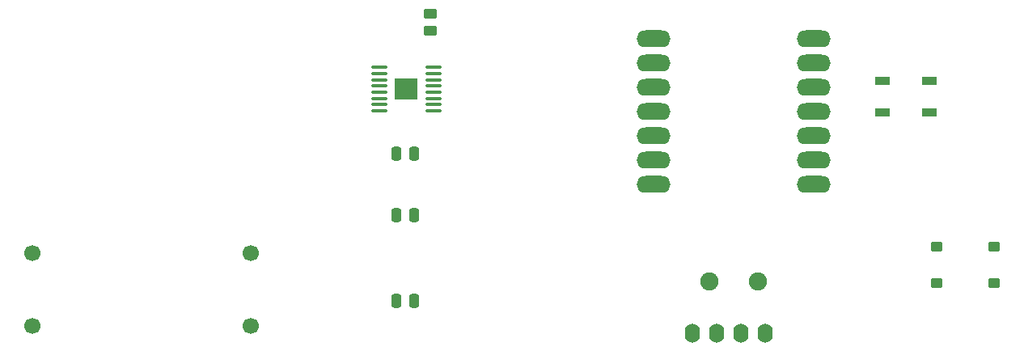
<source format=gbr>
%TF.GenerationSoftware,KiCad,Pcbnew,9.0.7*%
%TF.CreationDate,2026-02-01T17:27:13-08:00*%
%TF.ProjectId,DisplayDevice,44697370-6c61-4794-9465-766963652e6b,rev?*%
%TF.SameCoordinates,Original*%
%TF.FileFunction,Soldermask,Top*%
%TF.FilePolarity,Negative*%
%FSLAX46Y46*%
G04 Gerber Fmt 4.6, Leading zero omitted, Abs format (unit mm)*
G04 Created by KiCad (PCBNEW 9.0.7) date 2026-02-01 17:27:13*
%MOMM*%
%LPD*%
G01*
G04 APERTURE LIST*
G04 Aperture macros list*
%AMRoundRect*
0 Rectangle with rounded corners*
0 $1 Rounding radius*
0 $2 $3 $4 $5 $6 $7 $8 $9 X,Y pos of 4 corners*
0 Add a 4 corners polygon primitive as box body*
4,1,4,$2,$3,$4,$5,$6,$7,$8,$9,$2,$3,0*
0 Add four circle primitives for the rounded corners*
1,1,$1+$1,$2,$3*
1,1,$1+$1,$4,$5*
1,1,$1+$1,$6,$7*
1,1,$1+$1,$8,$9*
0 Add four rect primitives between the rounded corners*
20,1,$1+$1,$2,$3,$4,$5,0*
20,1,$1+$1,$4,$5,$6,$7,0*
20,1,$1+$1,$6,$7,$8,$9,0*
20,1,$1+$1,$8,$9,$2,$3,0*%
G04 Aperture macros list end*
%ADD10O,1.600000X2.000000*%
%ADD11O,1.699999X0.349999*%
%ADD12C,0.499999*%
%ADD13R,2.460000X2.310000*%
%ADD14RoundRect,0.250000X0.250000X0.475000X-0.250000X0.475000X-0.250000X-0.475000X0.250000X-0.475000X0*%
%ADD15RoundRect,0.090000X0.660000X0.360000X-0.660000X0.360000X-0.660000X-0.360000X0.660000X-0.360000X0*%
%ADD16RoundRect,0.250000X0.450000X-0.262500X0.450000X0.262500X-0.450000X0.262500X-0.450000X-0.262500X0*%
%ADD17RoundRect,0.102000X-0.500000X-0.375000X0.500000X-0.375000X0.500000X0.375000X-0.500000X0.375000X0*%
%ADD18C,1.905000*%
%ADD19O,3.556000X1.778000*%
%ADD20C,1.700000*%
G04 APERTURE END LIST*
D10*
%TO.C,J1*%
X161880000Y-107150000D03*
X164420000Y-107150000D03*
X166960000Y-107150000D03*
X169500000Y-107150000D03*
%TD*%
D11*
%TO.C,Uw1*%
X129050002Y-79324998D03*
X129050002Y-79974999D03*
X129050002Y-80624998D03*
X129050002Y-81274999D03*
X129050002Y-81924998D03*
X129050002Y-82574999D03*
X129050002Y-83224998D03*
X129050002Y-83874999D03*
X134750001Y-83874999D03*
X134750001Y-83224998D03*
X134750001Y-82574999D03*
X134750001Y-81924998D03*
X134750001Y-81274999D03*
X134750001Y-80624998D03*
X134750001Y-79974999D03*
X134750001Y-79324998D03*
D12*
X131199998Y-81600000D03*
X131899999Y-80899999D03*
D13*
X131899999Y-81600000D03*
D12*
X131899999Y-82300001D03*
X132600000Y-81600000D03*
%TD*%
D14*
%TO.C,C3*%
X132750000Y-88400000D03*
X130850000Y-88400000D03*
%TD*%
D15*
%TO.C,D1*%
X186650000Y-84050000D03*
X186650000Y-80750000D03*
X181750000Y-80750000D03*
X181750000Y-84050000D03*
%TD*%
D16*
%TO.C,R1*%
X134400000Y-75512500D03*
X134400000Y-73687500D03*
%TD*%
D14*
%TO.C,C2*%
X132750000Y-103800000D03*
X130850000Y-103800000D03*
%TD*%
D17*
%TO.C,S1*%
X187400000Y-98125000D03*
X193400000Y-98125000D03*
X187400000Y-101875000D03*
X193400000Y-101875000D03*
%TD*%
D14*
%TO.C,C1*%
X132750000Y-94800000D03*
X130850000Y-94800000D03*
%TD*%
D18*
%TO.C,U1*%
X168740000Y-101780000D03*
X163660000Y-101780000D03*
D19*
X174582000Y-76380000D03*
X174582000Y-78920000D03*
X174582000Y-81460000D03*
X174582000Y-84000000D03*
X174582000Y-86540000D03*
X174582000Y-89080000D03*
X174582000Y-91620000D03*
X157818000Y-91620000D03*
X157818000Y-89080000D03*
X157818000Y-86540000D03*
X157818000Y-84000000D03*
X157818000Y-81460000D03*
X157818000Y-78920000D03*
X157818000Y-76380000D03*
%TD*%
D20*
%TO.C,M1*%
X92770000Y-98790000D03*
X92770000Y-106410000D03*
X115630000Y-98790000D03*
X115630000Y-106410000D03*
%TD*%
M02*

</source>
